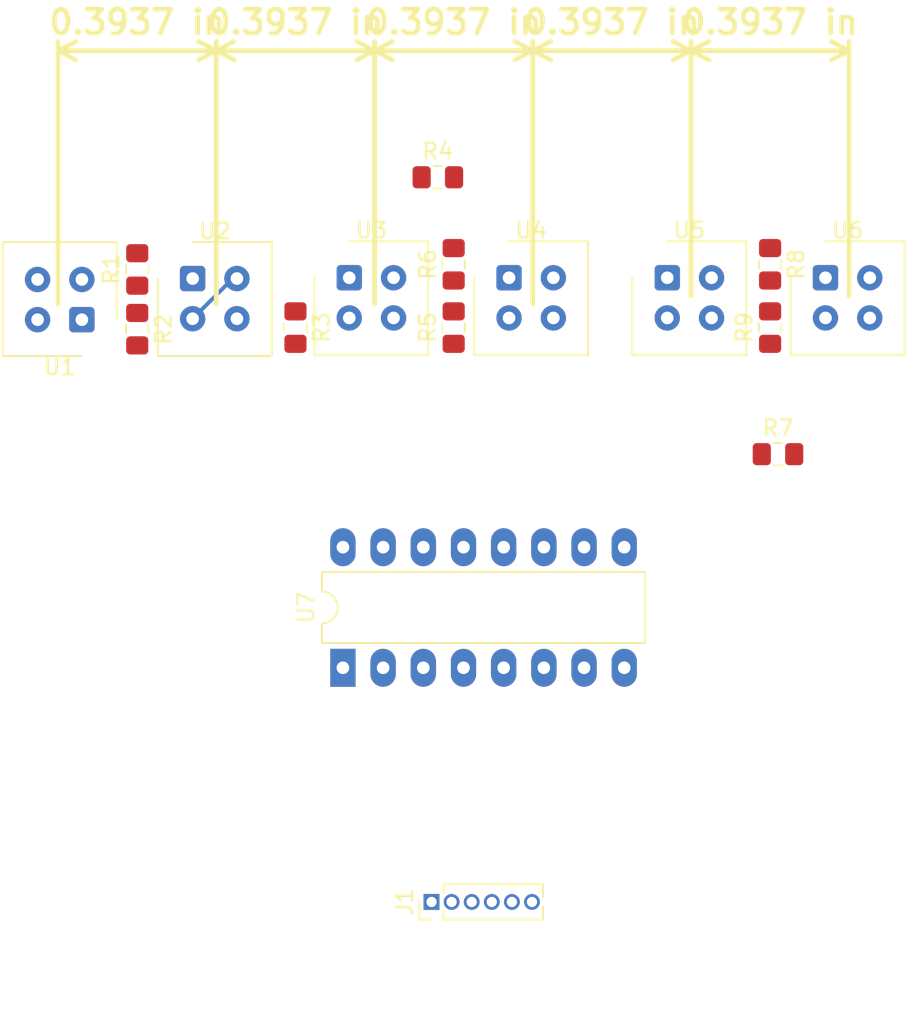
<source format=kicad_pcb>
(kicad_pcb (version 20171130) (host pcbnew "(5.0.1)-4")

  (general
    (thickness 1.6)
    (drawings 5)
    (tracks 2)
    (zones 0)
    (modules 17)
    (nets 19)
  )

  (page A4)
  (layers
    (0 F.Cu signal)
    (31 B.Cu signal)
    (32 B.Adhes user)
    (33 F.Adhes user)
    (34 B.Paste user)
    (35 F.Paste user)
    (36 B.SilkS user)
    (37 F.SilkS user)
    (38 B.Mask user)
    (39 F.Mask user)
    (40 Dwgs.User user)
    (41 Cmts.User user)
    (42 Eco1.User user)
    (43 Eco2.User user)
    (44 Edge.Cuts user)
    (45 Margin user)
    (46 B.CrtYd user)
    (47 F.CrtYd user)
    (48 B.Fab user)
    (49 F.Fab user)
  )

  (setup
    (last_trace_width 0.25)
    (trace_clearance 0.2)
    (zone_clearance 0.508)
    (zone_45_only no)
    (trace_min 0.2)
    (segment_width 0.2)
    (edge_width 0.15)
    (via_size 0.8)
    (via_drill 0.4)
    (via_min_size 0.4)
    (via_min_drill 0.3)
    (uvia_size 0.3)
    (uvia_drill 0.1)
    (uvias_allowed no)
    (uvia_min_size 0.2)
    (uvia_min_drill 0.1)
    (pcb_text_width 0.3)
    (pcb_text_size 1.5 1.5)
    (mod_edge_width 0.15)
    (mod_text_size 1 1)
    (mod_text_width 0.15)
    (pad_size 1.524 1.524)
    (pad_drill 0.762)
    (pad_to_mask_clearance 0.051)
    (solder_mask_min_width 0.25)
    (aux_axis_origin 0 0)
    (visible_elements FFFFFF7F)
    (pcbplotparams
      (layerselection 0x010fc_ffffffff)
      (usegerberextensions false)
      (usegerberattributes false)
      (usegerberadvancedattributes false)
      (creategerberjobfile false)
      (excludeedgelayer true)
      (linewidth 0.100000)
      (plotframeref false)
      (viasonmask false)
      (mode 1)
      (useauxorigin false)
      (hpglpennumber 1)
      (hpglpenspeed 20)
      (hpglpendiameter 15.000000)
      (psnegative false)
      (psa4output false)
      (plotreference true)
      (plotvalue true)
      (plotinvisibletext false)
      (padsonsilk false)
      (subtractmaskfromsilk false)
      (outputformat 1)
      (mirror false)
      (drillshape 1)
      (scaleselection 1)
      (outputdirectory ""))
  )

  (net 0 "")
  (net 1 +5V)
  (net 2 GND)
  (net 3 /linea1)
  (net 4 /linea2)
  (net 5 /linea3)
  (net 6 /linea_selec)
  (net 7 "Net-(R1-Pad1)")
  (net 8 "Net-(R1-Pad2)")
  (net 9 /sensor1)
  (net 10 /sensor2)
  (net 11 "Net-(R4-Pad2)")
  (net 12 "Net-(R4-Pad1)")
  (net 13 /sensor3)
  (net 14 /sensor4)
  (net 15 "Net-(R7-Pad1)")
  (net 16 "Net-(R7-Pad2)")
  (net 17 /sensor5)
  (net 18 /sensor6)

  (net_class Default "Esta es la clase de red por defecto."
    (clearance 0.2)
    (trace_width 0.25)
    (via_dia 0.8)
    (via_drill 0.4)
    (uvia_dia 0.3)
    (uvia_drill 0.1)
    (add_net +5V)
    (add_net /linea1)
    (add_net /linea2)
    (add_net /linea3)
    (add_net /linea_selec)
    (add_net /sensor1)
    (add_net /sensor2)
    (add_net /sensor3)
    (add_net /sensor4)
    (add_net /sensor5)
    (add_net /sensor6)
    (add_net GND)
    (add_net "Net-(R1-Pad1)")
    (add_net "Net-(R1-Pad2)")
    (add_net "Net-(R4-Pad1)")
    (add_net "Net-(R4-Pad2)")
    (add_net "Net-(R7-Pad1)")
    (add_net "Net-(R7-Pad2)")
  )

  (module Connector_PinHeader_1.27mm:PinHeader_1x06_P1.27mm_Vertical (layer F.Cu) (tedit 59FED6E3) (tstamp 5BFD62F9)
    (at 132.6 116.8 90)
    (descr "Through hole straight pin header, 1x06, 1.27mm pitch, single row")
    (tags "Through hole pin header THT 1x06 1.27mm single row")
    (path /5BF3462E)
    (fp_text reference J1 (at 0 -1.695 90) (layer F.SilkS)
      (effects (font (size 1 1) (thickness 0.15)))
    )
    (fp_text value Conn_01x06_Female (at 0 8.045 90) (layer F.Fab)
      (effects (font (size 1 1) (thickness 0.15)))
    )
    (fp_line (start -0.525 -0.635) (end 1.05 -0.635) (layer F.Fab) (width 0.1))
    (fp_line (start 1.05 -0.635) (end 1.05 6.985) (layer F.Fab) (width 0.1))
    (fp_line (start 1.05 6.985) (end -1.05 6.985) (layer F.Fab) (width 0.1))
    (fp_line (start -1.05 6.985) (end -1.05 -0.11) (layer F.Fab) (width 0.1))
    (fp_line (start -1.05 -0.11) (end -0.525 -0.635) (layer F.Fab) (width 0.1))
    (fp_line (start -1.11 7.045) (end -0.30753 7.045) (layer F.SilkS) (width 0.12))
    (fp_line (start 0.30753 7.045) (end 1.11 7.045) (layer F.SilkS) (width 0.12))
    (fp_line (start -1.11 0.76) (end -1.11 7.045) (layer F.SilkS) (width 0.12))
    (fp_line (start 1.11 0.76) (end 1.11 7.045) (layer F.SilkS) (width 0.12))
    (fp_line (start -1.11 0.76) (end -0.563471 0.76) (layer F.SilkS) (width 0.12))
    (fp_line (start 0.563471 0.76) (end 1.11 0.76) (layer F.SilkS) (width 0.12))
    (fp_line (start -1.11 0) (end -1.11 -0.76) (layer F.SilkS) (width 0.12))
    (fp_line (start -1.11 -0.76) (end 0 -0.76) (layer F.SilkS) (width 0.12))
    (fp_line (start -1.55 -1.15) (end -1.55 7.5) (layer F.CrtYd) (width 0.05))
    (fp_line (start -1.55 7.5) (end 1.55 7.5) (layer F.CrtYd) (width 0.05))
    (fp_line (start 1.55 7.5) (end 1.55 -1.15) (layer F.CrtYd) (width 0.05))
    (fp_line (start 1.55 -1.15) (end -1.55 -1.15) (layer F.CrtYd) (width 0.05))
    (fp_text user %R (at 0 3.175 180) (layer F.Fab)
      (effects (font (size 1 1) (thickness 0.15)))
    )
    (pad 1 thru_hole rect (at 0 0 90) (size 1 1) (drill 0.65) (layers *.Cu *.Mask)
      (net 1 +5V))
    (pad 2 thru_hole oval (at 0 1.27 90) (size 1 1) (drill 0.65) (layers *.Cu *.Mask)
      (net 2 GND))
    (pad 3 thru_hole oval (at 0 2.54 90) (size 1 1) (drill 0.65) (layers *.Cu *.Mask)
      (net 3 /linea1))
    (pad 4 thru_hole oval (at 0 3.81 90) (size 1 1) (drill 0.65) (layers *.Cu *.Mask)
      (net 4 /linea2))
    (pad 5 thru_hole oval (at 0 5.08 90) (size 1 1) (drill 0.65) (layers *.Cu *.Mask)
      (net 5 /linea3))
    (pad 6 thru_hole oval (at 0 6.35 90) (size 1 1) (drill 0.65) (layers *.Cu *.Mask)
      (net 6 /linea_selec))
    (model ${KISYS3DMOD}/Connector_PinHeader_1.27mm.3dshapes/PinHeader_1x06_P1.27mm_Vertical.wrl
      (at (xyz 0 0 0))
      (scale (xyz 1 1 1))
      (rotate (xyz 0 0 0))
    )
  )

  (module Resistor_SMD:R_0805_2012Metric_Pad1.15x1.40mm_HandSolder (layer F.Cu) (tedit 5B36C52B) (tstamp 5BFD630A)
    (at 114 76.825 90)
    (descr "Resistor SMD 0805 (2012 Metric), square (rectangular) end terminal, IPC_7351 nominal with elongated pad for handsoldering. (Body size source: https://docs.google.com/spreadsheets/d/1BsfQQcO9C6DZCsRaXUlFlo91Tg2WpOkGARC1WS5S8t0/edit?usp=sharing), generated with kicad-footprint-generator")
    (tags "resistor handsolder")
    (path /5BF15E60)
    (attr smd)
    (fp_text reference R1 (at 0 -1.65 90) (layer F.SilkS)
      (effects (font (size 1 1) (thickness 0.15)))
    )
    (fp_text value 82 (at 0 1.65 90) (layer F.Fab)
      (effects (font (size 1 1) (thickness 0.15)))
    )
    (fp_line (start -1 0.6) (end -1 -0.6) (layer F.Fab) (width 0.1))
    (fp_line (start -1 -0.6) (end 1 -0.6) (layer F.Fab) (width 0.1))
    (fp_line (start 1 -0.6) (end 1 0.6) (layer F.Fab) (width 0.1))
    (fp_line (start 1 0.6) (end -1 0.6) (layer F.Fab) (width 0.1))
    (fp_line (start -0.261252 -0.71) (end 0.261252 -0.71) (layer F.SilkS) (width 0.12))
    (fp_line (start -0.261252 0.71) (end 0.261252 0.71) (layer F.SilkS) (width 0.12))
    (fp_line (start -1.85 0.95) (end -1.85 -0.95) (layer F.CrtYd) (width 0.05))
    (fp_line (start -1.85 -0.95) (end 1.85 -0.95) (layer F.CrtYd) (width 0.05))
    (fp_line (start 1.85 -0.95) (end 1.85 0.95) (layer F.CrtYd) (width 0.05))
    (fp_line (start 1.85 0.95) (end -1.85 0.95) (layer F.CrtYd) (width 0.05))
    (fp_text user %R (at 0 0 90) (layer F.Fab)
      (effects (font (size 0.5 0.5) (thickness 0.08)))
    )
    (pad 1 smd roundrect (at -1.025 0 90) (size 1.15 1.4) (layers F.Cu F.Paste F.Mask) (roundrect_rratio 0.217391)
      (net 7 "Net-(R1-Pad1)"))
    (pad 2 smd roundrect (at 1.025 0 90) (size 1.15 1.4) (layers F.Cu F.Paste F.Mask) (roundrect_rratio 0.217391)
      (net 8 "Net-(R1-Pad2)"))
    (model ${KISYS3DMOD}/Resistor_SMD.3dshapes/R_0805_2012Metric.wrl
      (at (xyz 0 0 0))
      (scale (xyz 1 1 1))
      (rotate (xyz 0 0 0))
    )
  )

  (module Resistor_SMD:R_0805_2012Metric_Pad1.15x1.40mm_HandSolder (layer F.Cu) (tedit 5B36C52B) (tstamp 5BFD631B)
    (at 114 80.6 270)
    (descr "Resistor SMD 0805 (2012 Metric), square (rectangular) end terminal, IPC_7351 nominal with elongated pad for handsoldering. (Body size source: https://docs.google.com/spreadsheets/d/1BsfQQcO9C6DZCsRaXUlFlo91Tg2WpOkGARC1WS5S8t0/edit?usp=sharing), generated with kicad-footprint-generator")
    (tags "resistor handsolder")
    (path /5BF069D3)
    (attr smd)
    (fp_text reference R2 (at 0 -1.65 270) (layer F.SilkS)
      (effects (font (size 1 1) (thickness 0.15)))
    )
    (fp_text value 10k (at 0 1.65 270) (layer F.Fab)
      (effects (font (size 1 1) (thickness 0.15)))
    )
    (fp_text user %R (at 0 0 270) (layer F.Fab)
      (effects (font (size 0.5 0.5) (thickness 0.08)))
    )
    (fp_line (start 1.85 0.95) (end -1.85 0.95) (layer F.CrtYd) (width 0.05))
    (fp_line (start 1.85 -0.95) (end 1.85 0.95) (layer F.CrtYd) (width 0.05))
    (fp_line (start -1.85 -0.95) (end 1.85 -0.95) (layer F.CrtYd) (width 0.05))
    (fp_line (start -1.85 0.95) (end -1.85 -0.95) (layer F.CrtYd) (width 0.05))
    (fp_line (start -0.261252 0.71) (end 0.261252 0.71) (layer F.SilkS) (width 0.12))
    (fp_line (start -0.261252 -0.71) (end 0.261252 -0.71) (layer F.SilkS) (width 0.12))
    (fp_line (start 1 0.6) (end -1 0.6) (layer F.Fab) (width 0.1))
    (fp_line (start 1 -0.6) (end 1 0.6) (layer F.Fab) (width 0.1))
    (fp_line (start -1 -0.6) (end 1 -0.6) (layer F.Fab) (width 0.1))
    (fp_line (start -1 0.6) (end -1 -0.6) (layer F.Fab) (width 0.1))
    (pad 2 smd roundrect (at 1.025 0 270) (size 1.15 1.4) (layers F.Cu F.Paste F.Mask) (roundrect_rratio 0.217391)
      (net 9 /sensor1))
    (pad 1 smd roundrect (at -1.025 0 270) (size 1.15 1.4) (layers F.Cu F.Paste F.Mask) (roundrect_rratio 0.217391)
      (net 1 +5V))
    (model ${KISYS3DMOD}/Resistor_SMD.3dshapes/R_0805_2012Metric.wrl
      (at (xyz 0 0 0))
      (scale (xyz 1 1 1))
      (rotate (xyz 0 0 0))
    )
  )

  (module Resistor_SMD:R_0805_2012Metric_Pad1.15x1.40mm_HandSolder (layer F.Cu) (tedit 5B36C52B) (tstamp 5BFD632C)
    (at 124 80.5 270)
    (descr "Resistor SMD 0805 (2012 Metric), square (rectangular) end terminal, IPC_7351 nominal with elongated pad for handsoldering. (Body size source: https://docs.google.com/spreadsheets/d/1BsfQQcO9C6DZCsRaXUlFlo91Tg2WpOkGARC1WS5S8t0/edit?usp=sharing), generated with kicad-footprint-generator")
    (tags "resistor handsolder")
    (path /5BF05F19)
    (attr smd)
    (fp_text reference R3 (at 0 -1.65 270) (layer F.SilkS)
      (effects (font (size 1 1) (thickness 0.15)))
    )
    (fp_text value 10k (at 0 0.274999 270) (layer F.Fab)
      (effects (font (size 1 1) (thickness 0.15)))
    )
    (fp_line (start -1 0.6) (end -1 -0.6) (layer F.Fab) (width 0.1))
    (fp_line (start -1 -0.6) (end 1 -0.6) (layer F.Fab) (width 0.1))
    (fp_line (start 1 -0.6) (end 1 0.6) (layer F.Fab) (width 0.1))
    (fp_line (start 1 0.6) (end -1 0.6) (layer F.Fab) (width 0.1))
    (fp_line (start -0.261252 -0.71) (end 0.261252 -0.71) (layer F.SilkS) (width 0.12))
    (fp_line (start -0.261252 0.71) (end 0.261252 0.71) (layer F.SilkS) (width 0.12))
    (fp_line (start -1.85 0.95) (end -1.85 -0.95) (layer F.CrtYd) (width 0.05))
    (fp_line (start -1.85 -0.95) (end 1.85 -0.95) (layer F.CrtYd) (width 0.05))
    (fp_line (start 1.85 -0.95) (end 1.85 0.95) (layer F.CrtYd) (width 0.05))
    (fp_line (start 1.85 0.95) (end -1.85 0.95) (layer F.CrtYd) (width 0.05))
    (fp_text user %R (at 0 0 270) (layer F.Fab)
      (effects (font (size 0.5 0.5) (thickness 0.08)))
    )
    (pad 1 smd roundrect (at -1.025 0 270) (size 1.15 1.4) (layers F.Cu F.Paste F.Mask) (roundrect_rratio 0.217391)
      (net 1 +5V))
    (pad 2 smd roundrect (at 1.025 0 270) (size 1.15 1.4) (layers F.Cu F.Paste F.Mask) (roundrect_rratio 0.217391)
      (net 10 /sensor2))
    (model ${KISYS3DMOD}/Resistor_SMD.3dshapes/R_0805_2012Metric.wrl
      (at (xyz 0 0 0))
      (scale (xyz 1 1 1))
      (rotate (xyz 0 0 0))
    )
  )

  (module Resistor_SMD:R_0805_2012Metric_Pad1.15x1.40mm_HandSolder (layer F.Cu) (tedit 5B36C52B) (tstamp 5BFD633D)
    (at 133 71)
    (descr "Resistor SMD 0805 (2012 Metric), square (rectangular) end terminal, IPC_7351 nominal with elongated pad for handsoldering. (Body size source: https://docs.google.com/spreadsheets/d/1BsfQQcO9C6DZCsRaXUlFlo91Tg2WpOkGARC1WS5S8t0/edit?usp=sharing), generated with kicad-footprint-generator")
    (tags "resistor handsolder")
    (path /5BF1AF0A)
    (attr smd)
    (fp_text reference R4 (at 0 -1.65) (layer F.SilkS)
      (effects (font (size 1 1) (thickness 0.15)))
    )
    (fp_text value 82 (at 0 1.65) (layer F.Fab)
      (effects (font (size 1 1) (thickness 0.15)))
    )
    (fp_text user %R (at 0 0) (layer F.Fab)
      (effects (font (size 0.5 0.5) (thickness 0.08)))
    )
    (fp_line (start 1.85 0.95) (end -1.85 0.95) (layer F.CrtYd) (width 0.05))
    (fp_line (start 1.85 -0.95) (end 1.85 0.95) (layer F.CrtYd) (width 0.05))
    (fp_line (start -1.85 -0.95) (end 1.85 -0.95) (layer F.CrtYd) (width 0.05))
    (fp_line (start -1.85 0.95) (end -1.85 -0.95) (layer F.CrtYd) (width 0.05))
    (fp_line (start -0.261252 0.71) (end 0.261252 0.71) (layer F.SilkS) (width 0.12))
    (fp_line (start -0.261252 -0.71) (end 0.261252 -0.71) (layer F.SilkS) (width 0.12))
    (fp_line (start 1 0.6) (end -1 0.6) (layer F.Fab) (width 0.1))
    (fp_line (start 1 -0.6) (end 1 0.6) (layer F.Fab) (width 0.1))
    (fp_line (start -1 -0.6) (end 1 -0.6) (layer F.Fab) (width 0.1))
    (fp_line (start -1 0.6) (end -1 -0.6) (layer F.Fab) (width 0.1))
    (pad 2 smd roundrect (at 1.025 0) (size 1.15 1.4) (layers F.Cu F.Paste F.Mask) (roundrect_rratio 0.217391)
      (net 11 "Net-(R4-Pad2)"))
    (pad 1 smd roundrect (at -1.025 0) (size 1.15 1.4) (layers F.Cu F.Paste F.Mask) (roundrect_rratio 0.217391)
      (net 12 "Net-(R4-Pad1)"))
    (model ${KISYS3DMOD}/Resistor_SMD.3dshapes/R_0805_2012Metric.wrl
      (at (xyz 0 0 0))
      (scale (xyz 1 1 1))
      (rotate (xyz 0 0 0))
    )
  )

  (module Resistor_SMD:R_0805_2012Metric_Pad1.15x1.40mm_HandSolder (layer F.Cu) (tedit 5B36C52B) (tstamp 5BFD634E)
    (at 134 80.5 90)
    (descr "Resistor SMD 0805 (2012 Metric), square (rectangular) end terminal, IPC_7351 nominal with elongated pad for handsoldering. (Body size source: https://docs.google.com/spreadsheets/d/1BsfQQcO9C6DZCsRaXUlFlo91Tg2WpOkGARC1WS5S8t0/edit?usp=sharing), generated with kicad-footprint-generator")
    (tags "resistor handsolder")
    (path /5BF0A4D6)
    (attr smd)
    (fp_text reference R5 (at 0 -1.65 90) (layer F.SilkS)
      (effects (font (size 1 1) (thickness 0.15)))
    )
    (fp_text value 10k (at 0 1.65 90) (layer F.Fab)
      (effects (font (size 1 1) (thickness 0.15)))
    )
    (fp_text user %R (at 0 0 90) (layer F.Fab)
      (effects (font (size 0.5 0.5) (thickness 0.08)))
    )
    (fp_line (start 1.85 0.95) (end -1.85 0.95) (layer F.CrtYd) (width 0.05))
    (fp_line (start 1.85 -0.95) (end 1.85 0.95) (layer F.CrtYd) (width 0.05))
    (fp_line (start -1.85 -0.95) (end 1.85 -0.95) (layer F.CrtYd) (width 0.05))
    (fp_line (start -1.85 0.95) (end -1.85 -0.95) (layer F.CrtYd) (width 0.05))
    (fp_line (start -0.261252 0.71) (end 0.261252 0.71) (layer F.SilkS) (width 0.12))
    (fp_line (start -0.261252 -0.71) (end 0.261252 -0.71) (layer F.SilkS) (width 0.12))
    (fp_line (start 1 0.6) (end -1 0.6) (layer F.Fab) (width 0.1))
    (fp_line (start 1 -0.6) (end 1 0.6) (layer F.Fab) (width 0.1))
    (fp_line (start -1 -0.6) (end 1 -0.6) (layer F.Fab) (width 0.1))
    (fp_line (start -1 0.6) (end -1 -0.6) (layer F.Fab) (width 0.1))
    (pad 2 smd roundrect (at 1.025 0 90) (size 1.15 1.4) (layers F.Cu F.Paste F.Mask) (roundrect_rratio 0.217391)
      (net 13 /sensor3))
    (pad 1 smd roundrect (at -1.025 0 90) (size 1.15 1.4) (layers F.Cu F.Paste F.Mask) (roundrect_rratio 0.217391)
      (net 1 +5V))
    (model ${KISYS3DMOD}/Resistor_SMD.3dshapes/R_0805_2012Metric.wrl
      (at (xyz 0 0 0))
      (scale (xyz 1 1 1))
      (rotate (xyz 0 0 0))
    )
  )

  (module Resistor_SMD:R_0805_2012Metric_Pad1.15x1.40mm_HandSolder (layer F.Cu) (tedit 5B36C52B) (tstamp 5BFD635F)
    (at 134 76.5 90)
    (descr "Resistor SMD 0805 (2012 Metric), square (rectangular) end terminal, IPC_7351 nominal with elongated pad for handsoldering. (Body size source: https://docs.google.com/spreadsheets/d/1BsfQQcO9C6DZCsRaXUlFlo91Tg2WpOkGARC1WS5S8t0/edit?usp=sharing), generated with kicad-footprint-generator")
    (tags "resistor handsolder")
    (path /5BF05AE5)
    (attr smd)
    (fp_text reference R6 (at 0 -1.65 90) (layer F.SilkS)
      (effects (font (size 1 1) (thickness 0.15)))
    )
    (fp_text value 10k (at 0 1.65 90) (layer F.Fab)
      (effects (font (size 1 1) (thickness 0.15)))
    )
    (fp_text user %R (at 0 0 90) (layer F.Fab)
      (effects (font (size 0.5 0.5) (thickness 0.08)))
    )
    (fp_line (start 1.85 0.95) (end -1.85 0.95) (layer F.CrtYd) (width 0.05))
    (fp_line (start 1.85 -0.95) (end 1.85 0.95) (layer F.CrtYd) (width 0.05))
    (fp_line (start -1.85 -0.95) (end 1.85 -0.95) (layer F.CrtYd) (width 0.05))
    (fp_line (start -1.85 0.95) (end -1.85 -0.95) (layer F.CrtYd) (width 0.05))
    (fp_line (start -0.261252 0.71) (end 0.261252 0.71) (layer F.SilkS) (width 0.12))
    (fp_line (start -0.261252 -0.71) (end 0.261252 -0.71) (layer F.SilkS) (width 0.12))
    (fp_line (start 1 0.6) (end -1 0.6) (layer F.Fab) (width 0.1))
    (fp_line (start 1 -0.6) (end 1 0.6) (layer F.Fab) (width 0.1))
    (fp_line (start -1 -0.6) (end 1 -0.6) (layer F.Fab) (width 0.1))
    (fp_line (start -1 0.6) (end -1 -0.6) (layer F.Fab) (width 0.1))
    (pad 2 smd roundrect (at 1.025 0 90) (size 1.15 1.4) (layers F.Cu F.Paste F.Mask) (roundrect_rratio 0.217391)
      (net 14 /sensor4))
    (pad 1 smd roundrect (at -1.025 0 90) (size 1.15 1.4) (layers F.Cu F.Paste F.Mask) (roundrect_rratio 0.217391)
      (net 1 +5V))
    (model ${KISYS3DMOD}/Resistor_SMD.3dshapes/R_0805_2012Metric.wrl
      (at (xyz 0 0 0))
      (scale (xyz 1 1 1))
      (rotate (xyz 0 0 0))
    )
  )

  (module Resistor_SMD:R_0805_2012Metric_Pad1.15x1.40mm_HandSolder (layer F.Cu) (tedit 5B36C52B) (tstamp 5BFD6370)
    (at 154.5 88.5)
    (descr "Resistor SMD 0805 (2012 Metric), square (rectangular) end terminal, IPC_7351 nominal with elongated pad for handsoldering. (Body size source: https://docs.google.com/spreadsheets/d/1BsfQQcO9C6DZCsRaXUlFlo91Tg2WpOkGARC1WS5S8t0/edit?usp=sharing), generated with kicad-footprint-generator")
    (tags "resistor handsolder")
    (path /5BF1D6D0)
    (attr smd)
    (fp_text reference R7 (at 0 -1.65) (layer F.SilkS)
      (effects (font (size 1 1) (thickness 0.15)))
    )
    (fp_text value 82 (at 0 1.65) (layer F.Fab)
      (effects (font (size 1 1) (thickness 0.15)))
    )
    (fp_line (start -1 0.6) (end -1 -0.6) (layer F.Fab) (width 0.1))
    (fp_line (start -1 -0.6) (end 1 -0.6) (layer F.Fab) (width 0.1))
    (fp_line (start 1 -0.6) (end 1 0.6) (layer F.Fab) (width 0.1))
    (fp_line (start 1 0.6) (end -1 0.6) (layer F.Fab) (width 0.1))
    (fp_line (start -0.261252 -0.71) (end 0.261252 -0.71) (layer F.SilkS) (width 0.12))
    (fp_line (start -0.261252 0.71) (end 0.261252 0.71) (layer F.SilkS) (width 0.12))
    (fp_line (start -1.85 0.95) (end -1.85 -0.95) (layer F.CrtYd) (width 0.05))
    (fp_line (start -1.85 -0.95) (end 1.85 -0.95) (layer F.CrtYd) (width 0.05))
    (fp_line (start 1.85 -0.95) (end 1.85 0.95) (layer F.CrtYd) (width 0.05))
    (fp_line (start 1.85 0.95) (end -1.85 0.95) (layer F.CrtYd) (width 0.05))
    (fp_text user %R (at 0 0) (layer F.Fab)
      (effects (font (size 0.5 0.5) (thickness 0.08)))
    )
    (pad 1 smd roundrect (at -1.025 0) (size 1.15 1.4) (layers F.Cu F.Paste F.Mask) (roundrect_rratio 0.217391)
      (net 15 "Net-(R7-Pad1)"))
    (pad 2 smd roundrect (at 1.025 0) (size 1.15 1.4) (layers F.Cu F.Paste F.Mask) (roundrect_rratio 0.217391)
      (net 16 "Net-(R7-Pad2)"))
    (model ${KISYS3DMOD}/Resistor_SMD.3dshapes/R_0805_2012Metric.wrl
      (at (xyz 0 0 0))
      (scale (xyz 1 1 1))
      (rotate (xyz 0 0 0))
    )
  )

  (module Resistor_SMD:R_0805_2012Metric_Pad1.15x1.40mm_HandSolder (layer F.Cu) (tedit 5B36C52B) (tstamp 5BFD6381)
    (at 154 76.5 270)
    (descr "Resistor SMD 0805 (2012 Metric), square (rectangular) end terminal, IPC_7351 nominal with elongated pad for handsoldering. (Body size source: https://docs.google.com/spreadsheets/d/1BsfQQcO9C6DZCsRaXUlFlo91Tg2WpOkGARC1WS5S8t0/edit?usp=sharing), generated with kicad-footprint-generator")
    (tags "resistor handsolder")
    (path /5BF09DE4)
    (attr smd)
    (fp_text reference R8 (at 0 -1.65 270) (layer F.SilkS)
      (effects (font (size 1 1) (thickness 0.15)))
    )
    (fp_text value 10k (at 0 1.65 270) (layer F.Fab)
      (effects (font (size 1 1) (thickness 0.15)))
    )
    (fp_line (start -1 0.6) (end -1 -0.6) (layer F.Fab) (width 0.1))
    (fp_line (start -1 -0.6) (end 1 -0.6) (layer F.Fab) (width 0.1))
    (fp_line (start 1 -0.6) (end 1 0.6) (layer F.Fab) (width 0.1))
    (fp_line (start 1 0.6) (end -1 0.6) (layer F.Fab) (width 0.1))
    (fp_line (start -0.261252 -0.71) (end 0.261252 -0.71) (layer F.SilkS) (width 0.12))
    (fp_line (start -0.261252 0.71) (end 0.261252 0.71) (layer F.SilkS) (width 0.12))
    (fp_line (start -1.85 0.95) (end -1.85 -0.95) (layer F.CrtYd) (width 0.05))
    (fp_line (start -1.85 -0.95) (end 1.85 -0.95) (layer F.CrtYd) (width 0.05))
    (fp_line (start 1.85 -0.95) (end 1.85 0.95) (layer F.CrtYd) (width 0.05))
    (fp_line (start 1.85 0.95) (end -1.85 0.95) (layer F.CrtYd) (width 0.05))
    (fp_text user %R (at 0 0 270) (layer F.Fab)
      (effects (font (size 0.5 0.5) (thickness 0.08)))
    )
    (pad 1 smd roundrect (at -1.025 0 270) (size 1.15 1.4) (layers F.Cu F.Paste F.Mask) (roundrect_rratio 0.217391)
      (net 1 +5V))
    (pad 2 smd roundrect (at 1.025 0 270) (size 1.15 1.4) (layers F.Cu F.Paste F.Mask) (roundrect_rratio 0.217391)
      (net 17 /sensor5))
    (model ${KISYS3DMOD}/Resistor_SMD.3dshapes/R_0805_2012Metric.wrl
      (at (xyz 0 0 0))
      (scale (xyz 1 1 1))
      (rotate (xyz 0 0 0))
    )
  )

  (module Resistor_SMD:R_0805_2012Metric_Pad1.15x1.40mm_HandSolder (layer F.Cu) (tedit 5B36C52B) (tstamp 5BFD6392)
    (at 154 80.5 90)
    (descr "Resistor SMD 0805 (2012 Metric), square (rectangular) end terminal, IPC_7351 nominal with elongated pad for handsoldering. (Body size source: https://docs.google.com/spreadsheets/d/1BsfQQcO9C6DZCsRaXUlFlo91Tg2WpOkGARC1WS5S8t0/edit?usp=sharing), generated with kicad-footprint-generator")
    (tags "resistor handsolder")
    (path /5BEFF4CE)
    (attr smd)
    (fp_text reference R9 (at 0 -1.65 90) (layer F.SilkS)
      (effects (font (size 1 1) (thickness 0.15)))
    )
    (fp_text value 10k (at 0 1.65 90) (layer F.Fab)
      (effects (font (size 1 1) (thickness 0.15)))
    )
    (fp_line (start -1 0.6) (end -1 -0.6) (layer F.Fab) (width 0.1))
    (fp_line (start -1 -0.6) (end 1 -0.6) (layer F.Fab) (width 0.1))
    (fp_line (start 1 -0.6) (end 1 0.6) (layer F.Fab) (width 0.1))
    (fp_line (start 1 0.6) (end -1 0.6) (layer F.Fab) (width 0.1))
    (fp_line (start -0.261252 -0.71) (end 0.261252 -0.71) (layer F.SilkS) (width 0.12))
    (fp_line (start -0.261252 0.71) (end 0.261252 0.71) (layer F.SilkS) (width 0.12))
    (fp_line (start -1.85 0.95) (end -1.85 -0.95) (layer F.CrtYd) (width 0.05))
    (fp_line (start -1.85 -0.95) (end 1.85 -0.95) (layer F.CrtYd) (width 0.05))
    (fp_line (start 1.85 -0.95) (end 1.85 0.95) (layer F.CrtYd) (width 0.05))
    (fp_line (start 1.85 0.95) (end -1.85 0.95) (layer F.CrtYd) (width 0.05))
    (fp_text user %R (at 0 0 90) (layer F.Fab)
      (effects (font (size 0.5 0.5) (thickness 0.08)))
    )
    (pad 1 smd roundrect (at -1.025 0 90) (size 1.15 1.4) (layers F.Cu F.Paste F.Mask) (roundrect_rratio 0.217391)
      (net 1 +5V))
    (pad 2 smd roundrect (at 1.025 0 90) (size 1.15 1.4) (layers F.Cu F.Paste F.Mask) (roundrect_rratio 0.217391)
      (net 18 /sensor6))
    (model ${KISYS3DMOD}/Resistor_SMD.3dshapes/R_0805_2012Metric.wrl
      (at (xyz 0 0 0))
      (scale (xyz 1 1 1))
      (rotate (xyz 0 0 0))
    )
  )

  (module OptoDevice:Vishay_CNY70 (layer F.Cu) (tedit 5B8AF8E9) (tstamp 5BFD63B2)
    (at 110.5 80 180)
    (descr "package for Vishay CNY70 refective photo coupler/interrupter")
    (tags "Vishay CNY70 refective photo coupler")
    (path /5BEFF162)
    (fp_text reference U1 (at 1.4 -3 180) (layer F.SilkS)
      (effects (font (size 1 1) (thickness 0.15)))
    )
    (fp_text value CNY70 (at 1.4 5.8 180) (layer F.Fab)
      (effects (font (size 1 1) (thickness 0.15)))
    )
    (fp_line (start 5.15 5.05) (end -2.35 5.05) (layer F.CrtYd) (width 0.05))
    (fp_line (start 5.15 5.05) (end 5.15 -2.45) (layer F.CrtYd) (width 0.05))
    (fp_line (start -2.35 -2.45) (end -2.35 5.05) (layer F.CrtYd) (width 0.05))
    (fp_line (start -2.35 -2.45) (end 5.15 -2.45) (layer F.CrtYd) (width 0.05))
    (fp_line (start -1.1 -2.2) (end 4.9 -2.2) (layer F.Fab) (width 0.1))
    (fp_line (start 4.9 -2.2) (end 4.9 4.8) (layer F.Fab) (width 0.1))
    (fp_line (start 4.9 4.8) (end -2.1 4.8) (layer F.Fab) (width 0.1))
    (fp_line (start -2.1 4.8) (end -2.1 -1.2) (layer F.Fab) (width 0.1))
    (fp_line (start -2.1 -1.2) (end -1.1 -2.2) (layer F.Fab) (width 0.1))
    (fp_line (start 1.2 -2.2) (end 1.2 -1.9) (layer F.Fab) (width 0.1))
    (fp_line (start 1.2 -1.9) (end 1.6 -1.9) (layer F.Fab) (width 0.1))
    (fp_line (start 1.6 -1.9) (end 1.6 -2.2) (layer F.Fab) (width 0.1))
    (fp_line (start 1.6 4.8) (end 1.6 4.5) (layer F.Fab) (width 0.1))
    (fp_line (start 1.6 4.5) (end 1.2 4.5) (layer F.Fab) (width 0.1))
    (fp_line (start 1.2 4.5) (end 1.2 4.8) (layer F.Fab) (width 0.1))
    (fp_line (start 3.9 3.9) (end 3.9 -1.2) (layer F.Fab) (width 0.1))
    (fp_line (start 3.9 -1.2) (end -1.1 -1.2) (layer F.Fab) (width 0.1))
    (fp_line (start -1.1 -1.2) (end -1.1 3.9) (layer F.Fab) (width 0.1))
    (fp_line (start -1.1 3.9) (end 3.9 3.9) (layer F.Fab) (width 0.1))
    (fp_line (start 5 -2.3) (end 0 -2.3) (layer F.SilkS) (width 0.12))
    (fp_line (start -2.2 0) (end -2.2 4.9) (layer F.SilkS) (width 0.12))
    (fp_line (start -2.2 4.9) (end 5 4.9) (layer F.SilkS) (width 0.12))
    (fp_line (start 5 4.9) (end 5 -2.3) (layer F.SilkS) (width 0.12))
    (fp_text user %R (at 1.5 1.4 180) (layer F.Fab)
      (effects (font (size 1 1) (thickness 0.15)))
    )
    (pad 1 thru_hole roundrect (at 0 0 180) (size 1.6 1.6) (drill 0.8) (layers *.Cu *.Mask) (roundrect_rratio 0.156)
      (net 1 +5V))
    (pad 2 thru_hole circle (at 0 2.54 180) (size 1.6 1.6) (drill 0.8) (layers *.Cu *.Mask)
      (net 7 "Net-(R1-Pad1)"))
    (pad 3 thru_hole circle (at 2.8 2.54 180) (size 1.6 1.6) (drill 0.8) (layers *.Cu *.Mask)
      (net 9 /sensor1))
    (pad 4 thru_hole circle (at 2.8 0 180) (size 1.6 1.6) (drill 0.8) (layers *.Cu *.Mask)
      (net 2 GND))
    (model ${KISYS3DMOD}/OptoDevice.3dshapes/Vishay_CNY70.wrl
      (at (xyz 0 0 0))
      (scale (xyz 1 1 1))
      (rotate (xyz 0 0 0))
    )
  )

  (module OptoDevice:Vishay_CNY70 (layer F.Cu) (tedit 5B8AF8E9) (tstamp 5BFD63D2)
    (at 117.5 77.4)
    (descr "package for Vishay CNY70 refective photo coupler/interrupter")
    (tags "Vishay CNY70 refective photo coupler")
    (path /5BEFF249)
    (fp_text reference U2 (at 1.4 -3) (layer F.SilkS)
      (effects (font (size 1 1) (thickness 0.15)))
    )
    (fp_text value CNY70 (at 1.4 5.8) (layer F.Fab)
      (effects (font (size 1 1) (thickness 0.15)))
    )
    (fp_line (start 5.15 5.05) (end -2.35 5.05) (layer F.CrtYd) (width 0.05))
    (fp_line (start 5.15 5.05) (end 5.15 -2.45) (layer F.CrtYd) (width 0.05))
    (fp_line (start -2.35 -2.45) (end -2.35 5.05) (layer F.CrtYd) (width 0.05))
    (fp_line (start -2.35 -2.45) (end 5.15 -2.45) (layer F.CrtYd) (width 0.05))
    (fp_line (start -1.1 -2.2) (end 4.9 -2.2) (layer F.Fab) (width 0.1))
    (fp_line (start 4.9 -2.2) (end 4.9 4.8) (layer F.Fab) (width 0.1))
    (fp_line (start 4.9 4.8) (end -2.1 4.8) (layer F.Fab) (width 0.1))
    (fp_line (start -2.1 4.8) (end -2.1 -1.2) (layer F.Fab) (width 0.1))
    (fp_line (start -2.1 -1.2) (end -1.1 -2.2) (layer F.Fab) (width 0.1))
    (fp_line (start 1.2 -2.2) (end 1.2 -1.9) (layer F.Fab) (width 0.1))
    (fp_line (start 1.2 -1.9) (end 1.6 -1.9) (layer F.Fab) (width 0.1))
    (fp_line (start 1.6 -1.9) (end 1.6 -2.2) (layer F.Fab) (width 0.1))
    (fp_line (start 1.6 4.8) (end 1.6 4.5) (layer F.Fab) (width 0.1))
    (fp_line (start 1.6 4.5) (end 1.2 4.5) (layer F.Fab) (width 0.1))
    (fp_line (start 1.2 4.5) (end 1.2 4.8) (layer F.Fab) (width 0.1))
    (fp_line (start 3.9 3.9) (end 3.9 -1.2) (layer F.Fab) (width 0.1))
    (fp_line (start 3.9 -1.2) (end -1.1 -1.2) (layer F.Fab) (width 0.1))
    (fp_line (start -1.1 -1.2) (end -1.1 3.9) (layer F.Fab) (width 0.1))
    (fp_line (start -1.1 3.9) (end 3.9 3.9) (layer F.Fab) (width 0.1))
    (fp_line (start 5 -2.3) (end 0 -2.3) (layer F.SilkS) (width 0.12))
    (fp_line (start -2.2 0) (end -2.2 4.9) (layer F.SilkS) (width 0.12))
    (fp_line (start -2.2 4.9) (end 5 4.9) (layer F.SilkS) (width 0.12))
    (fp_line (start 5 4.9) (end 5 -2.3) (layer F.SilkS) (width 0.12))
    (fp_text user %R (at 1.5 1.4) (layer F.Fab)
      (effects (font (size 1 1) (thickness 0.15)))
    )
    (pad 1 thru_hole roundrect (at 0 0) (size 1.6 1.6) (drill 0.8) (layers *.Cu *.Mask) (roundrect_rratio 0.156)
      (net 8 "Net-(R1-Pad2)"))
    (pad 2 thru_hole circle (at 0 2.54) (size 1.6 1.6) (drill 0.8) (layers *.Cu *.Mask)
      (net 2 GND))
    (pad 3 thru_hole circle (at 2.8 2.54) (size 1.6 1.6) (drill 0.8) (layers *.Cu *.Mask)
      (net 10 /sensor2))
    (pad 4 thru_hole circle (at 2.8 0) (size 1.6 1.6) (drill 0.8) (layers *.Cu *.Mask)
      (net 2 GND))
    (model ${KISYS3DMOD}/OptoDevice.3dshapes/Vishay_CNY70.wrl
      (at (xyz 0 0 0))
      (scale (xyz 1 1 1))
      (rotate (xyz 0 0 0))
    )
  )

  (module OptoDevice:Vishay_CNY70 (layer F.Cu) (tedit 5B8AF8E9) (tstamp 5BFD63F2)
    (at 127.4 77.35)
    (descr "package for Vishay CNY70 refective photo coupler/interrupter")
    (tags "Vishay CNY70 refective photo coupler")
    (path /5BEFF1FF)
    (fp_text reference U3 (at 1.4 -3) (layer F.SilkS)
      (effects (font (size 1 1) (thickness 0.15)))
    )
    (fp_text value CNY70 (at 1.4 5.8) (layer F.Fab)
      (effects (font (size 1 1) (thickness 0.15)))
    )
    (fp_text user %R (at 1.5 1.4) (layer F.Fab)
      (effects (font (size 1 1) (thickness 0.15)))
    )
    (fp_line (start 5 4.9) (end 5 -2.3) (layer F.SilkS) (width 0.12))
    (fp_line (start -2.2 4.9) (end 5 4.9) (layer F.SilkS) (width 0.12))
    (fp_line (start -2.2 0) (end -2.2 4.9) (layer F.SilkS) (width 0.12))
    (fp_line (start 5 -2.3) (end 0 -2.3) (layer F.SilkS) (width 0.12))
    (fp_line (start -1.1 3.9) (end 3.9 3.9) (layer F.Fab) (width 0.1))
    (fp_line (start -1.1 -1.2) (end -1.1 3.9) (layer F.Fab) (width 0.1))
    (fp_line (start 3.9 -1.2) (end -1.1 -1.2) (layer F.Fab) (width 0.1))
    (fp_line (start 3.9 3.9) (end 3.9 -1.2) (layer F.Fab) (width 0.1))
    (fp_line (start 1.2 4.5) (end 1.2 4.8) (layer F.Fab) (width 0.1))
    (fp_line (start 1.6 4.5) (end 1.2 4.5) (layer F.Fab) (width 0.1))
    (fp_line (start 1.6 4.8) (end 1.6 4.5) (layer F.Fab) (width 0.1))
    (fp_line (start 1.6 -1.9) (end 1.6 -2.2) (layer F.Fab) (width 0.1))
    (fp_line (start 1.2 -1.9) (end 1.6 -1.9) (layer F.Fab) (width 0.1))
    (fp_line (start 1.2 -2.2) (end 1.2 -1.9) (layer F.Fab) (width 0.1))
    (fp_line (start -2.1 -1.2) (end -1.1 -2.2) (layer F.Fab) (width 0.1))
    (fp_line (start -2.1 4.8) (end -2.1 -1.2) (layer F.Fab) (width 0.1))
    (fp_line (start 4.9 4.8) (end -2.1 4.8) (layer F.Fab) (width 0.1))
    (fp_line (start 4.9 -2.2) (end 4.9 4.8) (layer F.Fab) (width 0.1))
    (fp_line (start -1.1 -2.2) (end 4.9 -2.2) (layer F.Fab) (width 0.1))
    (fp_line (start -2.35 -2.45) (end 5.15 -2.45) (layer F.CrtYd) (width 0.05))
    (fp_line (start -2.35 -2.45) (end -2.35 5.05) (layer F.CrtYd) (width 0.05))
    (fp_line (start 5.15 5.05) (end 5.15 -2.45) (layer F.CrtYd) (width 0.05))
    (fp_line (start 5.15 5.05) (end -2.35 5.05) (layer F.CrtYd) (width 0.05))
    (pad 4 thru_hole circle (at 2.8 0) (size 1.6 1.6) (drill 0.8) (layers *.Cu *.Mask)
      (net 2 GND))
    (pad 3 thru_hole circle (at 2.8 2.54) (size 1.6 1.6) (drill 0.8) (layers *.Cu *.Mask)
      (net 13 /sensor3))
    (pad 2 thru_hole circle (at 0 2.54) (size 1.6 1.6) (drill 0.8) (layers *.Cu *.Mask)
      (net 12 "Net-(R4-Pad1)"))
    (pad 1 thru_hole roundrect (at 0 0) (size 1.6 1.6) (drill 0.8) (layers *.Cu *.Mask) (roundrect_rratio 0.156)
      (net 1 +5V))
    (model ${KISYS3DMOD}/OptoDevice.3dshapes/Vishay_CNY70.wrl
      (at (xyz 0 0 0))
      (scale (xyz 1 1 1))
      (rotate (xyz 0 0 0))
    )
  )

  (module OptoDevice:Vishay_CNY70 (layer F.Cu) (tedit 5B8AF8E9) (tstamp 5BFD6412)
    (at 137.5 77.35)
    (descr "package for Vishay CNY70 refective photo coupler/interrupter")
    (tags "Vishay CNY70 refective photo coupler")
    (path /5BEFF27B)
    (fp_text reference U4 (at 1.4 -3) (layer F.SilkS)
      (effects (font (size 1 1) (thickness 0.15)))
    )
    (fp_text value CNY70 (at 1.4 5.8) (layer F.Fab)
      (effects (font (size 1 1) (thickness 0.15)))
    )
    (fp_text user %R (at 1.5 1.4) (layer F.Fab)
      (effects (font (size 1 1) (thickness 0.15)))
    )
    (fp_line (start 5 4.9) (end 5 -2.3) (layer F.SilkS) (width 0.12))
    (fp_line (start -2.2 4.9) (end 5 4.9) (layer F.SilkS) (width 0.12))
    (fp_line (start -2.2 0) (end -2.2 4.9) (layer F.SilkS) (width 0.12))
    (fp_line (start 5 -2.3) (end 0 -2.3) (layer F.SilkS) (width 0.12))
    (fp_line (start -1.1 3.9) (end 3.9 3.9) (layer F.Fab) (width 0.1))
    (fp_line (start -1.1 -1.2) (end -1.1 3.9) (layer F.Fab) (width 0.1))
    (fp_line (start 3.9 -1.2) (end -1.1 -1.2) (layer F.Fab) (width 0.1))
    (fp_line (start 3.9 3.9) (end 3.9 -1.2) (layer F.Fab) (width 0.1))
    (fp_line (start 1.2 4.5) (end 1.2 4.8) (layer F.Fab) (width 0.1))
    (fp_line (start 1.6 4.5) (end 1.2 4.5) (layer F.Fab) (width 0.1))
    (fp_line (start 1.6 4.8) (end 1.6 4.5) (layer F.Fab) (width 0.1))
    (fp_line (start 1.6 -1.9) (end 1.6 -2.2) (layer F.Fab) (width 0.1))
    (fp_line (start 1.2 -1.9) (end 1.6 -1.9) (layer F.Fab) (width 0.1))
    (fp_line (start 1.2 -2.2) (end 1.2 -1.9) (layer F.Fab) (width 0.1))
    (fp_line (start -2.1 -1.2) (end -1.1 -2.2) (layer F.Fab) (width 0.1))
    (fp_line (start -2.1 4.8) (end -2.1 -1.2) (layer F.Fab) (width 0.1))
    (fp_line (start 4.9 4.8) (end -2.1 4.8) (layer F.Fab) (width 0.1))
    (fp_line (start 4.9 -2.2) (end 4.9 4.8) (layer F.Fab) (width 0.1))
    (fp_line (start -1.1 -2.2) (end 4.9 -2.2) (layer F.Fab) (width 0.1))
    (fp_line (start -2.35 -2.45) (end 5.15 -2.45) (layer F.CrtYd) (width 0.05))
    (fp_line (start -2.35 -2.45) (end -2.35 5.05) (layer F.CrtYd) (width 0.05))
    (fp_line (start 5.15 5.05) (end 5.15 -2.45) (layer F.CrtYd) (width 0.05))
    (fp_line (start 5.15 5.05) (end -2.35 5.05) (layer F.CrtYd) (width 0.05))
    (pad 4 thru_hole circle (at 2.8 0) (size 1.6 1.6) (drill 0.8) (layers *.Cu *.Mask)
      (net 2 GND))
    (pad 3 thru_hole circle (at 2.8 2.54) (size 1.6 1.6) (drill 0.8) (layers *.Cu *.Mask)
      (net 14 /sensor4))
    (pad 2 thru_hole circle (at 0 2.54) (size 1.6 1.6) (drill 0.8) (layers *.Cu *.Mask)
      (net 2 GND))
    (pad 1 thru_hole roundrect (at 0 0) (size 1.6 1.6) (drill 0.8) (layers *.Cu *.Mask) (roundrect_rratio 0.156)
      (net 11 "Net-(R4-Pad2)"))
    (model ${KISYS3DMOD}/OptoDevice.3dshapes/Vishay_CNY70.wrl
      (at (xyz 0 0 0))
      (scale (xyz 1 1 1))
      (rotate (xyz 0 0 0))
    )
  )

  (module OptoDevice:Vishay_CNY70 (layer F.Cu) (tedit 5B8AF8E9) (tstamp 5BFD6432)
    (at 147.5 77.35)
    (descr "package for Vishay CNY70 refective photo coupler/interrupter")
    (tags "Vishay CNY70 refective photo coupler")
    (path /5BEFF221)
    (fp_text reference U5 (at 1.4 -3) (layer F.SilkS)
      (effects (font (size 1 1) (thickness 0.15)))
    )
    (fp_text value CNY70 (at 1.4 5.8) (layer F.Fab)
      (effects (font (size 1 1) (thickness 0.15)))
    )
    (fp_text user %R (at 1.5 1.4) (layer F.Fab)
      (effects (font (size 1 1) (thickness 0.15)))
    )
    (fp_line (start 5 4.9) (end 5 -2.3) (layer F.SilkS) (width 0.12))
    (fp_line (start -2.2 4.9) (end 5 4.9) (layer F.SilkS) (width 0.12))
    (fp_line (start -2.2 0) (end -2.2 4.9) (layer F.SilkS) (width 0.12))
    (fp_line (start 5 -2.3) (end 0 -2.3) (layer F.SilkS) (width 0.12))
    (fp_line (start -1.1 3.9) (end 3.9 3.9) (layer F.Fab) (width 0.1))
    (fp_line (start -1.1 -1.2) (end -1.1 3.9) (layer F.Fab) (width 0.1))
    (fp_line (start 3.9 -1.2) (end -1.1 -1.2) (layer F.Fab) (width 0.1))
    (fp_line (start 3.9 3.9) (end 3.9 -1.2) (layer F.Fab) (width 0.1))
    (fp_line (start 1.2 4.5) (end 1.2 4.8) (layer F.Fab) (width 0.1))
    (fp_line (start 1.6 4.5) (end 1.2 4.5) (layer F.Fab) (width 0.1))
    (fp_line (start 1.6 4.8) (end 1.6 4.5) (layer F.Fab) (width 0.1))
    (fp_line (start 1.6 -1.9) (end 1.6 -2.2) (layer F.Fab) (width 0.1))
    (fp_line (start 1.2 -1.9) (end 1.6 -1.9) (layer F.Fab) (width 0.1))
    (fp_line (start 1.2 -2.2) (end 1.2 -1.9) (layer F.Fab) (width 0.1))
    (fp_line (start -2.1 -1.2) (end -1.1 -2.2) (layer F.Fab) (width 0.1))
    (fp_line (start -2.1 4.8) (end -2.1 -1.2) (layer F.Fab) (width 0.1))
    (fp_line (start 4.9 4.8) (end -2.1 4.8) (layer F.Fab) (width 0.1))
    (fp_line (start 4.9 -2.2) (end 4.9 4.8) (layer F.Fab) (width 0.1))
    (fp_line (start -1.1 -2.2) (end 4.9 -2.2) (layer F.Fab) (width 0.1))
    (fp_line (start -2.35 -2.45) (end 5.15 -2.45) (layer F.CrtYd) (width 0.05))
    (fp_line (start -2.35 -2.45) (end -2.35 5.05) (layer F.CrtYd) (width 0.05))
    (fp_line (start 5.15 5.05) (end 5.15 -2.45) (layer F.CrtYd) (width 0.05))
    (fp_line (start 5.15 5.05) (end -2.35 5.05) (layer F.CrtYd) (width 0.05))
    (pad 4 thru_hole circle (at 2.8 0) (size 1.6 1.6) (drill 0.8) (layers *.Cu *.Mask)
      (net 2 GND))
    (pad 3 thru_hole circle (at 2.8 2.54) (size 1.6 1.6) (drill 0.8) (layers *.Cu *.Mask)
      (net 17 /sensor5))
    (pad 2 thru_hole circle (at 0 2.54) (size 1.6 1.6) (drill 0.8) (layers *.Cu *.Mask)
      (net 15 "Net-(R7-Pad1)"))
    (pad 1 thru_hole roundrect (at 0 0) (size 1.6 1.6) (drill 0.8) (layers *.Cu *.Mask) (roundrect_rratio 0.156)
      (net 1 +5V))
    (model ${KISYS3DMOD}/OptoDevice.3dshapes/Vishay_CNY70.wrl
      (at (xyz 0 0 0))
      (scale (xyz 1 1 1))
      (rotate (xyz 0 0 0))
    )
  )

  (module OptoDevice:Vishay_CNY70 (layer F.Cu) (tedit 5B8AF8E9) (tstamp 5BFD6452)
    (at 157.5 77.35)
    (descr "package for Vishay CNY70 refective photo coupler/interrupter")
    (tags "Vishay CNY70 refective photo coupler")
    (path /5BEFF29F)
    (fp_text reference U6 (at 1.4 -3) (layer F.SilkS)
      (effects (font (size 1 1) (thickness 0.15)))
    )
    (fp_text value CNY70 (at 1.4 5.8) (layer F.Fab)
      (effects (font (size 1 1) (thickness 0.15)))
    )
    (fp_line (start 5.15 5.05) (end -2.35 5.05) (layer F.CrtYd) (width 0.05))
    (fp_line (start 5.15 5.05) (end 5.15 -2.45) (layer F.CrtYd) (width 0.05))
    (fp_line (start -2.35 -2.45) (end -2.35 5.05) (layer F.CrtYd) (width 0.05))
    (fp_line (start -2.35 -2.45) (end 5.15 -2.45) (layer F.CrtYd) (width 0.05))
    (fp_line (start -1.1 -2.2) (end 4.9 -2.2) (layer F.Fab) (width 0.1))
    (fp_line (start 4.9 -2.2) (end 4.9 4.8) (layer F.Fab) (width 0.1))
    (fp_line (start 4.9 4.8) (end -2.1 4.8) (layer F.Fab) (width 0.1))
    (fp_line (start -2.1 4.8) (end -2.1 -1.2) (layer F.Fab) (width 0.1))
    (fp_line (start -2.1 -1.2) (end -1.1 -2.2) (layer F.Fab) (width 0.1))
    (fp_line (start 1.2 -2.2) (end 1.2 -1.9) (layer F.Fab) (width 0.1))
    (fp_line (start 1.2 -1.9) (end 1.6 -1.9) (layer F.Fab) (width 0.1))
    (fp_line (start 1.6 -1.9) (end 1.6 -2.2) (layer F.Fab) (width 0.1))
    (fp_line (start 1.6 4.8) (end 1.6 4.5) (layer F.Fab) (width 0.1))
    (fp_line (start 1.6 4.5) (end 1.2 4.5) (layer F.Fab) (width 0.1))
    (fp_line (start 1.2 4.5) (end 1.2 4.8) (layer F.Fab) (width 0.1))
    (fp_line (start 3.9 3.9) (end 3.9 -1.2) (layer F.Fab) (width 0.1))
    (fp_line (start 3.9 -1.2) (end -1.1 -1.2) (layer F.Fab) (width 0.1))
    (fp_line (start -1.1 -1.2) (end -1.1 3.9) (layer F.Fab) (width 0.1))
    (fp_line (start -1.1 3.9) (end 3.9 3.9) (layer F.Fab) (width 0.1))
    (fp_line (start 5 -2.3) (end 0 -2.3) (layer F.SilkS) (width 0.12))
    (fp_line (start -2.2 0) (end -2.2 4.9) (layer F.SilkS) (width 0.12))
    (fp_line (start -2.2 4.9) (end 5 4.9) (layer F.SilkS) (width 0.12))
    (fp_line (start 5 4.9) (end 5 -2.3) (layer F.SilkS) (width 0.12))
    (fp_text user %R (at 1.5 1.4) (layer F.Fab)
      (effects (font (size 1 1) (thickness 0.15)))
    )
    (pad 1 thru_hole roundrect (at 0 0) (size 1.6 1.6) (drill 0.8) (layers *.Cu *.Mask) (roundrect_rratio 0.156)
      (net 16 "Net-(R7-Pad2)"))
    (pad 2 thru_hole circle (at 0 2.54) (size 1.6 1.6) (drill 0.8) (layers *.Cu *.Mask)
      (net 2 GND))
    (pad 3 thru_hole circle (at 2.8 2.54) (size 1.6 1.6) (drill 0.8) (layers *.Cu *.Mask)
      (net 18 /sensor6))
    (pad 4 thru_hole circle (at 2.8 0) (size 1.6 1.6) (drill 0.8) (layers *.Cu *.Mask)
      (net 2 GND))
    (model ${KISYS3DMOD}/OptoDevice.3dshapes/Vishay_CNY70.wrl
      (at (xyz 0 0 0))
      (scale (xyz 1 1 1))
      (rotate (xyz 0 0 0))
    )
  )

  (module Package_DIP:DIP-16_W7.62mm_LongPads (layer F.Cu) (tedit 5A02E8C5) (tstamp 5BFD6476)
    (at 127 102 90)
    (descr "16-lead though-hole mounted DIP package, row spacing 7.62 mm (300 mils), LongPads")
    (tags "THT DIP DIL PDIP 2.54mm 7.62mm 300mil LongPads")
    (path /5BF1FF35)
    (fp_text reference U7 (at 3.81 -2.33 90) (layer F.SilkS)
      (effects (font (size 1 1) (thickness 0.15)))
    )
    (fp_text value 4053 (at 3.81 20.11 90) (layer F.Fab)
      (effects (font (size 1 1) (thickness 0.15)))
    )
    (fp_arc (start 3.81 -1.33) (end 2.81 -1.33) (angle -180) (layer F.SilkS) (width 0.12))
    (fp_line (start 1.635 -1.27) (end 6.985 -1.27) (layer F.Fab) (width 0.1))
    (fp_line (start 6.985 -1.27) (end 6.985 19.05) (layer F.Fab) (width 0.1))
    (fp_line (start 6.985 19.05) (end 0.635 19.05) (layer F.Fab) (width 0.1))
    (fp_line (start 0.635 19.05) (end 0.635 -0.27) (layer F.Fab) (width 0.1))
    (fp_line (start 0.635 -0.27) (end 1.635 -1.27) (layer F.Fab) (width 0.1))
    (fp_line (start 2.81 -1.33) (end 1.56 -1.33) (layer F.SilkS) (width 0.12))
    (fp_line (start 1.56 -1.33) (end 1.56 19.11) (layer F.SilkS) (width 0.12))
    (fp_line (start 1.56 19.11) (end 6.06 19.11) (layer F.SilkS) (width 0.12))
    (fp_line (start 6.06 19.11) (end 6.06 -1.33) (layer F.SilkS) (width 0.12))
    (fp_line (start 6.06 -1.33) (end 4.81 -1.33) (layer F.SilkS) (width 0.12))
    (fp_line (start -1.45 -1.55) (end -1.45 19.3) (layer F.CrtYd) (width 0.05))
    (fp_line (start -1.45 19.3) (end 9.1 19.3) (layer F.CrtYd) (width 0.05))
    (fp_line (start 9.1 19.3) (end 9.1 -1.55) (layer F.CrtYd) (width 0.05))
    (fp_line (start 9.1 -1.55) (end -1.45 -1.55) (layer F.CrtYd) (width 0.05))
    (fp_text user %R (at 3.81 8.89 90) (layer F.Fab)
      (effects (font (size 1 1) (thickness 0.15)))
    )
    (pad 1 thru_hole rect (at 0 0 90) (size 2.4 1.6) (drill 0.8) (layers *.Cu *.Mask)
      (net 14 /sensor4))
    (pad 9 thru_hole oval (at 7.62 17.78 90) (size 2.4 1.6) (drill 0.8) (layers *.Cu *.Mask)
      (net 6 /linea_selec))
    (pad 2 thru_hole oval (at 0 2.54 90) (size 2.4 1.6) (drill 0.8) (layers *.Cu *.Mask)
      (net 13 /sensor3))
    (pad 10 thru_hole oval (at 7.62 15.24 90) (size 2.4 1.6) (drill 0.8) (layers *.Cu *.Mask)
      (net 6 /linea_selec))
    (pad 3 thru_hole oval (at 0 5.08 90) (size 2.4 1.6) (drill 0.8) (layers *.Cu *.Mask)
      (net 18 /sensor6))
    (pad 11 thru_hole oval (at 7.62 12.7 90) (size 2.4 1.6) (drill 0.8) (layers *.Cu *.Mask)
      (net 6 /linea_selec))
    (pad 4 thru_hole oval (at 0 7.62 90) (size 2.4 1.6) (drill 0.8) (layers *.Cu *.Mask)
      (net 5 /linea3))
    (pad 12 thru_hole oval (at 7.62 10.16 90) (size 2.4 1.6) (drill 0.8) (layers *.Cu *.Mask)
      (net 9 /sensor1))
    (pad 5 thru_hole oval (at 0 10.16 90) (size 2.4 1.6) (drill 0.8) (layers *.Cu *.Mask)
      (net 17 /sensor5))
    (pad 13 thru_hole oval (at 7.62 7.62 90) (size 2.4 1.6) (drill 0.8) (layers *.Cu *.Mask)
      (net 10 /sensor2))
    (pad 6 thru_hole oval (at 0 12.7 90) (size 2.4 1.6) (drill 0.8) (layers *.Cu *.Mask)
      (net 2 GND))
    (pad 14 thru_hole oval (at 7.62 5.08 90) (size 2.4 1.6) (drill 0.8) (layers *.Cu *.Mask)
      (net 3 /linea1))
    (pad 7 thru_hole oval (at 0 15.24 90) (size 2.4 1.6) (drill 0.8) (layers *.Cu *.Mask)
      (net 2 GND))
    (pad 15 thru_hole oval (at 7.62 2.54 90) (size 2.4 1.6) (drill 0.8) (layers *.Cu *.Mask)
      (net 4 /linea2))
    (pad 8 thru_hole oval (at 0 17.78 90) (size 2.4 1.6) (drill 0.8) (layers *.Cu *.Mask)
      (net 2 GND))
    (pad 16 thru_hole oval (at 7.62 0 90) (size 2.4 1.6) (drill 0.8) (layers *.Cu *.Mask)
      (net 1 +5V))
    (model ${KISYS3DMOD}/Package_DIP.3dshapes/DIP-16_W7.62mm.wrl
      (at (xyz 0 0 0))
      (scale (xyz 1 1 1))
      (rotate (xyz 0 0 0))
    )
  )

  (dimension 10 (width 0.3) (layer F.SilkS)
    (gr_text "10,000 mm" (at 154 60.9) (layer F.SilkS)
      (effects (font (size 1.5 1.5) (thickness 0.3)))
    )
    (feature1 (pts (xy 159 78.5) (xy 159 62.413579)))
    (feature2 (pts (xy 149 78.5) (xy 149 62.413579)))
    (crossbar (pts (xy 149 63) (xy 159 63)))
    (arrow1a (pts (xy 159 63) (xy 157.873496 63.586421)))
    (arrow1b (pts (xy 159 63) (xy 157.873496 62.413579)))
    (arrow2a (pts (xy 149 63) (xy 150.126504 63.586421)))
    (arrow2b (pts (xy 149 63) (xy 150.126504 62.413579)))
  )
  (dimension 10 (width 0.3) (layer F.SilkS)
    (gr_text "10,000 mm" (at 144 60.9) (layer F.SilkS)
      (effects (font (size 1.5 1.5) (thickness 0.3)))
    )
    (feature1 (pts (xy 149 78.5) (xy 149 62.413579)))
    (feature2 (pts (xy 139 78.5) (xy 139 62.413579)))
    (crossbar (pts (xy 139 63) (xy 149 63)))
    (arrow1a (pts (xy 149 63) (xy 147.873496 63.586421)))
    (arrow1b (pts (xy 149 63) (xy 147.873496 62.413579)))
    (arrow2a (pts (xy 139 63) (xy 140.126504 63.586421)))
    (arrow2b (pts (xy 139 63) (xy 140.126504 62.413579)))
  )
  (dimension 10 (width 0.3) (layer F.SilkS)
    (gr_text "10,000 mm" (at 134 60.9) (layer F.SilkS)
      (effects (font (size 1.5 1.5) (thickness 0.3)))
    )
    (feature1 (pts (xy 139 79) (xy 139 62.413579)))
    (feature2 (pts (xy 129 79) (xy 129 62.413579)))
    (crossbar (pts (xy 129 63) (xy 139 63)))
    (arrow1a (pts (xy 139 63) (xy 137.873496 63.586421)))
    (arrow1b (pts (xy 139 63) (xy 137.873496 62.413579)))
    (arrow2a (pts (xy 129 63) (xy 130.126504 63.586421)))
    (arrow2b (pts (xy 129 63) (xy 130.126504 62.413579)))
  )
  (dimension 10 (width 0.3) (layer F.SilkS)
    (gr_text "10,000 mm" (at 124 60.9) (layer F.SilkS)
      (effects (font (size 1.5 1.5) (thickness 0.3)))
    )
    (feature1 (pts (xy 129 79) (xy 129 62.413579)))
    (feature2 (pts (xy 119 79) (xy 119 62.413579)))
    (crossbar (pts (xy 119 63) (xy 129 63)))
    (arrow1a (pts (xy 129 63) (xy 127.873496 63.586421)))
    (arrow1b (pts (xy 129 63) (xy 127.873496 62.413579)))
    (arrow2a (pts (xy 119 63) (xy 120.126504 63.586421)))
    (arrow2b (pts (xy 119 63) (xy 120.126504 62.413579)))
  )
  (dimension 10 (width 0.3) (layer F.SilkS)
    (gr_text "10,000 mm" (at 114 60.9) (layer F.SilkS)
      (effects (font (size 1.5 1.5) (thickness 0.3)))
    )
    (feature1 (pts (xy 109 79) (xy 109 62.413579)))
    (feature2 (pts (xy 119 79) (xy 119 62.413579)))
    (crossbar (pts (xy 119 63) (xy 109 63)))
    (arrow1a (pts (xy 109 63) (xy 110.126504 62.413579)))
    (arrow1b (pts (xy 109 63) (xy 110.126504 63.586421)))
    (arrow2a (pts (xy 119 63) (xy 117.873496 62.413579)))
    (arrow2b (pts (xy 119 63) (xy 117.873496 63.586421)))
  )

  (segment (start 120.04 77.4) (end 120.3 77.4) (width 0.25) (layer B.Cu) (net 2))
  (segment (start 117.5 79.94) (end 120.04 77.4) (width 0.25) (layer B.Cu) (net 2))

)

</source>
